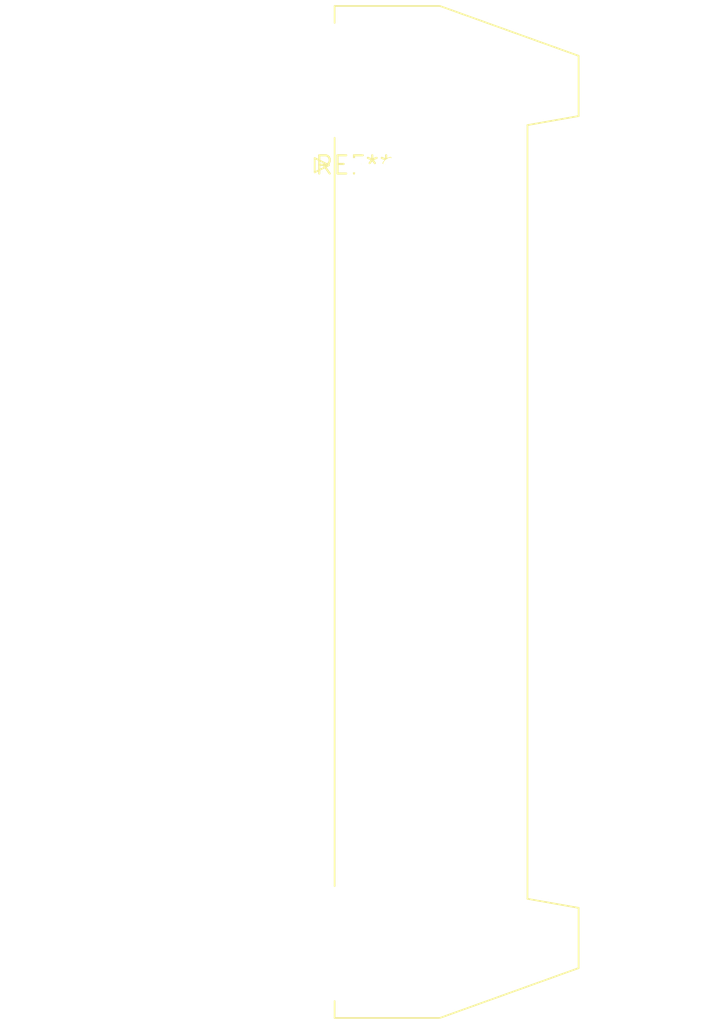
<source format=kicad_pcb>
(kicad_pcb (version 20240108) (generator pcbnew)
  (layers (0 "F.Cu" signal) (31 "B.Cu" signal) (34 "B.Paste" user) (35 "F.Paste" user) (36 "B.SilkS" user "B.Silkscreen") (37 "F.SilkS" user "F.Silkscreen") (38 "B.Mask" user) (39 "F.Mask" user) (44 "Edge.Cuts" user))
  (net 0 "")
  (footprint "IDC-Header_2x20-1MP_P2.54mm_Latch_Horizontal" (layer "F.Cu") (at 0 0)
    (property "Reference" "REF**")
    (property "Value" "IDC-Header_2x20-1MP_P2.54mm_Latch_Horizontal")
    (fp_line (start -2.74 -0.5) (end -2.74 0.5) (layer "F.SilkS") (stroke (width 0.12)))
    (fp_line (start -2.74 0.5) (end -1.74 0) (layer "F.SilkS") (stroke (width 0.12)))
    (fp_line (start -1.74 0) (end -2.74 -0.5) (layer "F.SilkS") (stroke (width 0.12)))
    (fp_line (start -1.35 -11.08) (end -1.35 -9.905) (layer "F.SilkS") (stroke (width 0.12)))
    (fp_line (start -1.35 -11.08) (end 5.98 -11.08) (layer "F.SilkS") (stroke (width 0.12)))
    (fp_line (start -1.35 -1.905) (end -1.35 50.165) (layer "F.SilkS") (stroke (width 0.12)))
    (fp_line (start -1.35 58.165) (end -1.35 59.34) (layer "F.SilkS") (stroke (width 0.12)))
    (fp_line (start 5.98 -11.08) (end 15.64 -7.61) (layer "F.SilkS") (stroke (width 0.12)))
    (fp_line (start 5.98 59.34) (end -1.35 59.34) (layer "F.SilkS") (stroke (width 0.12)))
    (fp_line (start 12.08 -2.79) (end 12.08 51.05) (layer "F.SilkS") (stroke (width 0.12)))
    (fp_line (start 12.08 51.05) (end 15.64 51.68) (layer "F.SilkS") (stroke (width 0.12)))
    (fp_line (start 15.64 -7.61) (end 15.64 -3.42) (layer "F.SilkS") (stroke (width 0.12)))
    (fp_line (start 15.64 -3.42) (end 12.08 -2.79) (layer "F.SilkS") (stroke (width 0.12)))
    (fp_line (start 15.64 51.68) (end 15.64 55.87) (layer "F.SilkS") (stroke (width 0.12)))
    (fp_line (start 15.64 55.87) (end 5.98 59.34) (layer "F.SilkS") (stroke (width 0.12)))
    (pad "1" thru_hole roundrect (at 0 0) (size 1.7 1.7) (drill 1) (layers *.Cu *.Mask) (remove_unused_layers) (roundrect_rratio 0.147059))
    (pad "2" thru_hole circle (at 2.54 0) (size 1.7 1.7) (drill 1) (layers *.Cu *.Mask) (remove_unused_layers))
    (pad "3" thru_hole circle (at 0 2.54) (size 1.7 1.7) (drill 1) (layers *.Cu *.Mask) (remove_unused_layers))
    (pad "4" thru_hole circle (at 2.54 2.54) (size 1.7 1.7) (drill 1) (layers *.Cu *.Mask) (remove_unused_layers))
    (pad "5" thru_hole circle (at 0 5.08) (size 1.7 1.7) (drill 1) (layers *.Cu *.Mask) (remove_unused_layers))
    (pad "6" thru_hole circle (at 2.54 5.08) (size 1.7 1.7) (drill 1) (layers *.Cu *.Mask) (remove_unused_layers))
    (pad "7" thru_hole circle (at 0 7.62) (size 1.7 1.7) (drill 1) (layers *.Cu *.Mask) (remove_unused_layers))
    (pad "8" thru_hole circle (at 2.54 7.62) (size 1.7 1.7) (drill 1) (layers *.Cu *.Mask) (remove_unused_layers))
    (pad "9" thru_hole circle (at 0 10.16) (size 1.7 1.7) (drill 1) (layers *.Cu *.Mask) (remove_unused_layers))
    (pad "10" thru_hole circle (at 2.54 10.16) (size 1.7 1.7) (drill 1) (layers *.Cu *.Mask) (remove_unused_layers))
    (pad "11" thru_hole circle (at 0 12.7) (size 1.7 1.7) (drill 1) (layers *.Cu *.Mask) (remove_unused_layers))
    (pad "12" thru_hole circle (at 2.54 12.7) (size 1.7 1.7) (drill 1) (layers *.Cu *.Mask) (remove_unused_layers))
    (pad "13" thru_hole circle (at 0 15.24) (size 1.7 1.7) (drill 1) (layers *.Cu *.Mask) (remove_unused_layers))
    (pad "14" thru_hole circle (at 2.54 15.24) (size 1.7 1.7) (drill 1) (layers *.Cu *.Mask) (remove_unused_layers))
    (pad "15" thru_hole circle (at 0 17.78) (size 1.7 1.7) (drill 1) (layers *.Cu *.Mask) (remove_unused_layers))
    (pad "16" thru_hole circle (at 2.54 17.78) (size 1.7 1.7) (drill 1) (layers *.Cu *.Mask) (remove_unused_layers))
    (pad "17" thru_hole circle (at 0 20.32) (size 1.7 1.7) (drill 1) (layers *.Cu *.Mask) (remove_unused_layers))
    (pad "18" thru_hole circle (at 2.54 20.32) (size 1.7 1.7) (drill 1) (layers *.Cu *.Mask) (remove_unused_layers))
    (pad "19" thru_hole circle (at 0 22.86) (size 1.7 1.7) (drill 1) (layers *.Cu *.Mask) (remove_unused_layers))
    (pad "20" thru_hole circle (at 2.54 22.86) (size 1.7 1.7) (drill 1) (layers *.Cu *.Mask) (remove_unused_layers))
    (pad "21" thru_hole circle (at 0 25.4) (size 1.7 1.7) (drill 1) (layers *.Cu *.Mask) (remove_unused_layers))
    (pad "22" thru_hole circle (at 2.54 25.4) (size 1.7 1.7) (drill 1) (layers *.Cu *.Mask) (remove_unused_layers))
    (pad "23" thru_hole circle (at 0 27.94) (size 1.7 1.7) (drill 1) (layers *.Cu *.Mask) (remove_unused_layers))
    (pad "24" thru_hole circle (at 2.54 27.94) (size 1.7 1.7) (drill 1) (layers *.Cu *.Mask) (remove_unused_layers))
    (pad "25" thru_hole circle (at 0 30.48) (size 1.7 1.7) (drill 1) (layers *.Cu *.Mask) (remove_unused_layers))
    (pad "26" thru_hole circle (at 2.54 30.48) (size 1.7 1.7) (drill 1) (layers *.Cu *.Mask) (remove_unused_layers))
    (pad "27" thru_hole circle (at 0 33.02) (size 1.7 1.7) (drill 1) (layers *.Cu *.Mask) (remove_unused_layers))
    (pad "28" thru_hole circle (at 2.54 33.02) (size 1.7 1.7) (drill 1) (layers *.Cu *.Mask) (remove_unused_layers))
    (pad "29" thru_hole circle (at 0 35.56) (size 1.7 1.7) (drill 1) (layers *.Cu *.Mask) (remove_unused_layers))
    (pad "30" thru_hole circle (at 2.54 35.56) (size 1.7 1.7) (drill 1) (layers *.Cu *.Mask) (remove_unused_layers))
    (pad "31" thru_hole circle (at 0 38.1) (size 1.7 1.7) (drill 1) (layers *.Cu *.Mask) (remove_unused_layers))
    (pad "32" thru_hole circle (at 2.54 38.1) (size 1.7 1.7) (drill 1) (layers *.Cu *.Mask) (remove_unused_layers))
    (pad "33" thru_hole circle (at 0 40.64) (size 1.7 1.7) (drill 1) (layers *.Cu *.Mask) (remove_unused_layers))
    (pad "34" thru_hole circle (at 2.54 40.64) (size 1.7 1.7) (drill 1) (layers *.Cu *.Mask) (remove_unused_layers))
    (pad "35" thru_hole circle (at 0 43.18) (size 1.7 1.7) (drill 1) (layers *.Cu *.Mask) (remove_unused_layers))
    (pad "36" thru_hole circle (at 2.54 43.18) (size 1.7 1.7) (drill 1) (layers *.Cu *.Mask) (remove_unused_layers))
    (pad "37" thru_hole circle (at 0 45.72) (size 1.7 1.7) (drill 1) (layers *.Cu *.Mask) (remove_unused_layers))
    (pad "38" thru_hole circle (at 2.54 45.72) (size 1.7 1.7) (drill 1) (layers *.Cu *.Mask) (remove_unused_layers))
    (pad "39" thru_hole circle (at 0 48.26) (size 1.7 1.7) (drill 1) (layers *.Cu *.Mask) (remove_unused_layers))
    (pad "40" thru_hole circle (at 2.54 48.26) (size 1.7 1.7) (drill 1) (layers *.Cu *.Mask) (remove_unused_layers))
    (pad "MP" thru_hole circle (at 1.8 -5.905) (size 8 8) (drill 2.69) (layers *.Cu *.Mask) (remove_unused_layers))
    (pad "MP" thru_hole circle (at 1.8 54.165) (size 8 8) (drill 2.69) (layers *.Cu *.Mask) (remove_unused_layers))
  )
)
</source>
